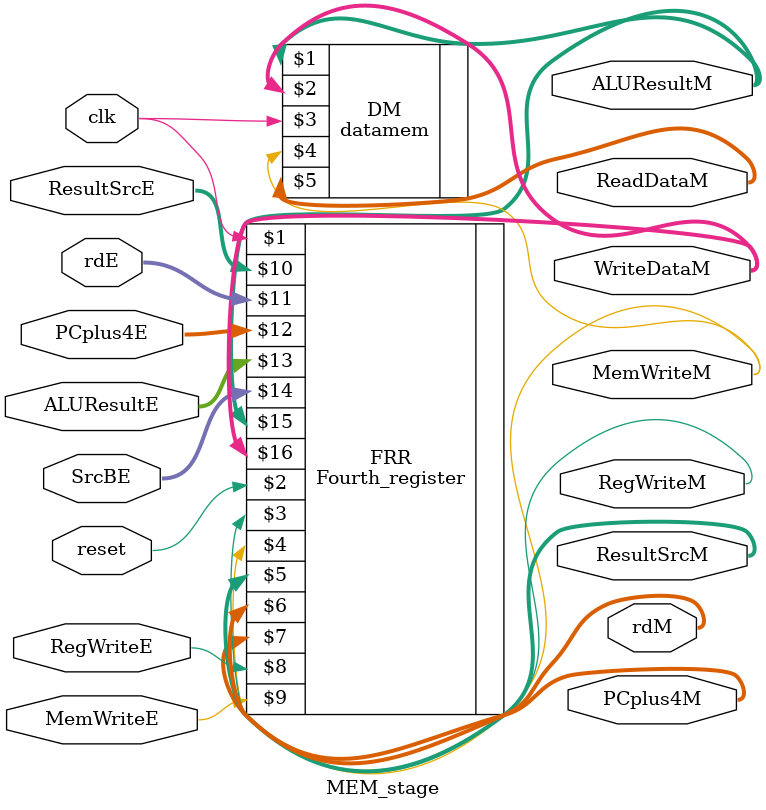
<source format=v>
module MEM_stage(
    input clk, reset,
    input RegWriteE, MemWriteE,
    input [1:0] ResultSrcE,
    input [4:0] rdE,
    input [31:0] PCplus4E, ALUResultE, SrcBE,
    output RegWriteM, MemWriteM,
    output [1:0] ResultSrcM,
    output [4:0] rdM,
    output [31:0] PCplus4M, ALUResultM, WriteDataM,
    output [31:0] ReadDataM
);

    Fourth_register FRR (clk, reset, RegWriteM, MemWriteM, ResultSrcM, rdM, PCplus4M,
                         RegWriteE, MemWriteE, ResultSrcE, rdE, PCplus4E, ALUResultE, SrcBE,
                         ALUResultM, WriteDataM);
    datamem DM (ALUResultM, WriteDataM, clk, MemWriteM, ReadDataM);

endmodule

</source>
